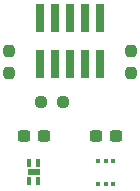
<source format=gtp>
G04 #@! TF.GenerationSoftware,KiCad,Pcbnew,(7.0.0)*
G04 #@! TF.CreationDate,2023-05-09T09:59:22+03:00*
G04 #@! TF.ProjectId,IoT_sulari_sensorboard,496f545f-7375-46c6-9172-695f73656e73,rev?*
G04 #@! TF.SameCoordinates,Original*
G04 #@! TF.FileFunction,Paste,Top*
G04 #@! TF.FilePolarity,Positive*
%FSLAX46Y46*%
G04 Gerber Fmt 4.6, Leading zero omitted, Abs format (unit mm)*
G04 Created by KiCad (PCBNEW (7.0.0)) date 2023-05-09 09:59:22*
%MOMM*%
%LPD*%
G01*
G04 APERTURE LIST*
G04 Aperture macros list*
%AMRoundRect*
0 Rectangle with rounded corners*
0 $1 Rounding radius*
0 $2 $3 $4 $5 $6 $7 $8 $9 X,Y pos of 4 corners*
0 Add a 4 corners polygon primitive as box body*
4,1,4,$2,$3,$4,$5,$6,$7,$8,$9,$2,$3,0*
0 Add four circle primitives for the rounded corners*
1,1,$1+$1,$2,$3*
1,1,$1+$1,$4,$5*
1,1,$1+$1,$6,$7*
1,1,$1+$1,$8,$9*
0 Add four rect primitives between the rounded corners*
20,1,$1+$1,$2,$3,$4,$5,0*
20,1,$1+$1,$4,$5,$6,$7,0*
20,1,$1+$1,$6,$7,$8,$9,0*
20,1,$1+$1,$8,$9,$2,$3,0*%
G04 Aperture macros list end*
%ADD10RoundRect,0.237500X0.300000X0.237500X-0.300000X0.237500X-0.300000X-0.237500X0.300000X-0.237500X0*%
%ADD11RoundRect,0.237500X0.237500X-0.250000X0.237500X0.250000X-0.237500X0.250000X-0.237500X-0.250000X0*%
%ADD12RoundRect,0.237500X-0.300000X-0.237500X0.300000X-0.237500X0.300000X0.237500X-0.300000X0.237500X0*%
%ADD13R,0.299999X0.449999*%
%ADD14RoundRect,0.237500X-0.250000X-0.237500X0.250000X-0.237500X0.250000X0.237500X-0.250000X0.237500X0*%
%ADD15R,0.305600X0.706399*%
%ADD16R,1.092200X0.508000*%
%ADD17R,0.762000X2.387600*%
G04 APERTURE END LIST*
D10*
X135862500Y-94000000D03*
X134137500Y-94000000D03*
D11*
X143250000Y-88662500D03*
X143250000Y-86837500D03*
D12*
X140237500Y-94000000D03*
X141962500Y-94000000D03*
D13*
X140449998Y-98074998D03*
X141099999Y-98074998D03*
X141749998Y-98074998D03*
X141749998Y-96125000D03*
X141099999Y-96125000D03*
X140449998Y-96125000D03*
D14*
X135637500Y-91150000D03*
X137462500Y-91150000D03*
D11*
X132900000Y-88662500D03*
X132900000Y-86837500D03*
D15*
X134600000Y-97846899D03*
X135399998Y-97846899D03*
X135399998Y-96353099D03*
X134600000Y-96353099D03*
D16*
X134999999Y-97099999D03*
D17*
X135538499Y-87950000D03*
X135538499Y-84049998D03*
X136808499Y-87950000D03*
X136808499Y-84049998D03*
X138078499Y-87950000D03*
X138078499Y-84049998D03*
X139348499Y-87950000D03*
X139348499Y-84049998D03*
X140618499Y-87950000D03*
X140618499Y-84049998D03*
M02*

</source>
